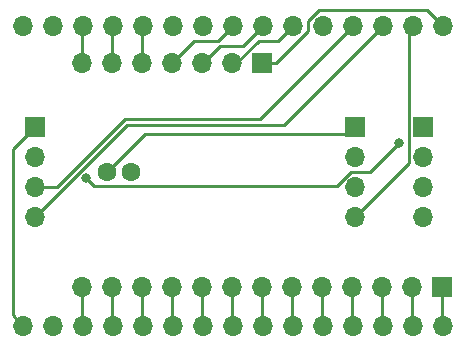
<source format=gbr>
%TF.GenerationSoftware,KiCad,Pcbnew,7.0.1*%
%TF.CreationDate,2025-01-23T23:54:12-05:00*%
%TF.ProjectId,ESP32_Dock,45535033-325f-4446-9f63-6b2e6b696361,rev?*%
%TF.SameCoordinates,Original*%
%TF.FileFunction,Copper,L1,Top*%
%TF.FilePolarity,Positive*%
%FSLAX46Y46*%
G04 Gerber Fmt 4.6, Leading zero omitted, Abs format (unit mm)*
G04 Created by KiCad (PCBNEW 7.0.1) date 2025-01-23 23:54:12*
%MOMM*%
%LPD*%
G01*
G04 APERTURE LIST*
%TA.AperFunction,ComponentPad*%
%ADD10R,1.700000X1.700000*%
%TD*%
%TA.AperFunction,ComponentPad*%
%ADD11O,1.700000X1.700000*%
%TD*%
%TA.AperFunction,ComponentPad*%
%ADD12C,1.600000*%
%TD*%
%TA.AperFunction,ViaPad*%
%ADD13C,0.800000*%
%TD*%
%TA.AperFunction,Conductor*%
%ADD14C,0.250000*%
%TD*%
G04 APERTURE END LIST*
D10*
%TO.P,J5,1,Pin_1*%
%TO.N,/EN*%
X103320000Y-56500000D03*
D11*
%TO.P,J5,2,Pin_2*%
%TO.N,/GPIO36*%
X100780000Y-56500000D03*
%TO.P,J5,3,Pin_3*%
%TO.N,/GPIO39*%
X98240000Y-56500000D03*
%TO.P,J5,4,Pin_4*%
%TO.N,/GPIO34*%
X95700000Y-56500000D03*
%TO.P,J5,5,Pin_5*%
%TO.N,/GPIO35*%
X93160000Y-56500000D03*
%TO.P,J5,6,Pin_6*%
%TO.N,/GPIO32*%
X90620000Y-56500000D03*
%TO.P,J5,7,Pin_7*%
%TO.N,/GPIO33*%
X88080000Y-56500000D03*
%TO.P,J5,8,Pin_8*%
%TO.N,/GPIO25*%
X85540000Y-56500000D03*
%TO.P,J5,9,Pin_9*%
%TO.N,/GPIO26*%
X83000000Y-56500000D03*
%TO.P,J5,10,Pin_10*%
%TO.N,/GPIO27*%
X80460000Y-56500000D03*
%TO.P,J5,11,Pin_11*%
%TO.N,/GPIO14*%
X77920000Y-56500000D03*
%TO.P,J5,12,Pin_12*%
%TO.N,/GPIO12*%
X75380000Y-56500000D03*
%TO.P,J5,13,Pin_13*%
%TO.N,/GPIO13*%
X72840000Y-56500000D03*
%TD*%
D10*
%TO.P,J3,1,Pin_1*%
%TO.N,/VIN*%
X101750000Y-42950000D03*
D11*
%TO.P,J3,2,Pin_2*%
%TO.N,/GND*%
X101750000Y-45490000D03*
%TO.P,J3,3,Pin_3*%
%TO.N,/TX1*%
X101750000Y-48030000D03*
%TO.P,J3,4,Pin_4*%
%TO.N,/RX1*%
X101750000Y-50570000D03*
%TD*%
D10*
%TO.P,J4,1,Pin_1*%
%TO.N,/GPIO23*%
X88125000Y-37500000D03*
D11*
%TO.P,J4,2,Pin_2*%
%TO.N,/GPIO19*%
X85585000Y-37500000D03*
%TO.P,J4,3,Pin_3*%
%TO.N,/GPIO18*%
X83045000Y-37500000D03*
%TO.P,J4,4,Pin_4*%
%TO.N,/GPIO5*%
X80505000Y-37500000D03*
%TO.P,J4,5,Pin_5*%
%TO.N,/GPIO4*%
X77965000Y-37500000D03*
%TO.P,J4,6,Pin_6*%
%TO.N,/GPIO2*%
X75425000Y-37500000D03*
%TO.P,J4,7,Pin_7*%
%TO.N,/GPIO15*%
X72885000Y-37500000D03*
%TD*%
D10*
%TO.P,J2,1,Pin_1*%
%TO.N,/VIN*%
X68900000Y-42900000D03*
D11*
%TO.P,J2,2,Pin_2*%
%TO.N,/GND*%
X68900000Y-45440000D03*
%TO.P,J2,3,Pin_3*%
%TO.N,/RX0*%
X68900000Y-47980000D03*
%TO.P,J2,4,Pin_4*%
%TO.N,/TX0*%
X68900000Y-50520000D03*
%TD*%
D12*
%TO.P,C1,1*%
%TO.N,/VCC*%
X75000000Y-46750000D03*
%TO.P,C1,2*%
%TO.N,/GND*%
X77000000Y-46750000D03*
%TD*%
D10*
%TO.P,J1,1,Pin_1*%
%TO.N,/VCC*%
X96000000Y-42950000D03*
D11*
%TO.P,J1,2,Pin_2*%
%TO.N,/GND*%
X96000000Y-45490000D03*
%TO.P,J1,3,Pin_3*%
%TO.N,/SDA*%
X96000000Y-48030000D03*
%TO.P,J1,4,Pin_4*%
%TO.N,/SCL*%
X96000000Y-50570000D03*
%TD*%
%TO.P,U1,1,EN*%
%TO.N,/EN*%
X103458098Y-59747540D03*
%TO.P,U1,2,GPIO36*%
%TO.N,/GPIO36*%
X100918098Y-59747540D03*
%TO.P,U1,3,GPIO39*%
%TO.N,/GPIO39*%
X98378098Y-59747540D03*
%TO.P,U1,4,GPIO34*%
%TO.N,/GPIO34*%
X95838098Y-59747540D03*
%TO.P,U1,5,GPIO35*%
%TO.N,/GPIO35*%
X93298098Y-59747540D03*
%TO.P,U1,6,GPIO32*%
%TO.N,/GPIO32*%
X90758098Y-59747540D03*
%TO.P,U1,7,GPIO33*%
%TO.N,/GPIO33*%
X88218098Y-59747540D03*
%TO.P,U1,8,GPIO25*%
%TO.N,/GPIO25*%
X85678098Y-59747540D03*
%TO.P,U1,9,GPIO26*%
%TO.N,/GPIO26*%
X83138098Y-59747540D03*
%TO.P,U1,10,GPIO27*%
%TO.N,/GPIO27*%
X80598098Y-59747540D03*
%TO.P,U1,11,GPIO14*%
%TO.N,/GPIO14*%
X78058098Y-59747540D03*
%TO.P,U1,12,GPIO12*%
%TO.N,/GPIO12*%
X75518098Y-59747540D03*
%TO.P,U1,13,GPIO13*%
%TO.N,/GPIO13*%
X72978098Y-59747540D03*
%TO.P,U1,14,GND*%
%TO.N,/GND*%
X70438098Y-59747540D03*
%TO.P,U1,15,VIN*%
%TO.N,/VIN*%
X67898098Y-59747540D03*
%TO.P,U1,16,3.3v*%
%TO.N,/VCC*%
X67898098Y-34347540D03*
%TO.P,U1,17,GND*%
%TO.N,/GND*%
X70438098Y-34347540D03*
%TO.P,U1,18,GPIO15*%
%TO.N,/GPIO15*%
X72978098Y-34347540D03*
%TO.P,U1,19,GPIO2*%
%TO.N,/GPIO2*%
X75518098Y-34347540D03*
%TO.P,U1,20,GPIO4*%
%TO.N,/GPIO4*%
X78058098Y-34347540D03*
%TO.P,U1,21,GPIO16*%
%TO.N,/RX1*%
X80598098Y-34347540D03*
%TO.P,U1,22,GPIO17*%
%TO.N,/TX1*%
X83138098Y-34347540D03*
%TO.P,U1,23,GPIO5*%
%TO.N,/GPIO5*%
X85678098Y-34347540D03*
%TO.P,U1,24,GPIO18*%
%TO.N,/GPIO18*%
X88218098Y-34347540D03*
%TO.P,U1,25,GPIO19*%
%TO.N,/GPIO19*%
X90758098Y-34347540D03*
%TO.P,U1,26,GPIO21*%
%TO.N,/SDA*%
X93298098Y-34347540D03*
%TO.P,U1,27,GPIO3*%
%TO.N,/RX0*%
X95838098Y-34347540D03*
%TO.P,U1,28,GPIO1*%
%TO.N,/TX0*%
X98378098Y-34347540D03*
%TO.P,U1,29,GPIO22*%
%TO.N,/SCL*%
X100918098Y-34347540D03*
%TO.P,U1,30,GPIO23*%
%TO.N,/GPIO23*%
X103458098Y-34347540D03*
%TD*%
D13*
%TO.N,/VIN*%
X73250000Y-47250000D03*
X99750000Y-44250000D03*
%TD*%
D14*
%TO.N,/VCC*%
X78250000Y-43500000D02*
X95450000Y-43500000D01*
X95450000Y-43500000D02*
X96000000Y-42950000D01*
X75000000Y-46750000D02*
X78250000Y-43500000D01*
%TO.N,/SCL*%
X100575000Y-34690638D02*
X100918098Y-34347540D01*
X100575000Y-45995000D02*
X100575000Y-34690638D01*
X96000000Y-50570000D02*
X100575000Y-45995000D01*
%TO.N,/VIN*%
X73250000Y-47250000D02*
X73875000Y-47875000D01*
X67000000Y-44800000D02*
X68900000Y-42900000D01*
X95618299Y-46750000D02*
X97250000Y-46750000D01*
X67000000Y-58849442D02*
X67000000Y-44800000D01*
X67898098Y-59747540D02*
X67000000Y-58849442D01*
X94493299Y-47875000D02*
X95618299Y-46750000D01*
X97250000Y-46750000D02*
X99750000Y-44250000D01*
X73875000Y-47875000D02*
X94493299Y-47875000D01*
%TO.N,/TX0*%
X76670000Y-42750000D02*
X89975638Y-42750000D01*
X68900000Y-50520000D02*
X76670000Y-42750000D01*
X89975638Y-42750000D02*
X98378098Y-34347540D01*
%TO.N,/RX0*%
X87935638Y-42250000D02*
X95838098Y-34347540D01*
X70770000Y-47980000D02*
X76500000Y-42250000D01*
X68900000Y-47980000D02*
X70770000Y-47980000D01*
X76500000Y-42250000D02*
X87935638Y-42250000D01*
%TO.N,/GPIO23*%
X102110558Y-33000000D02*
X103458098Y-34347540D01*
X92920388Y-33000000D02*
X102110558Y-33000000D01*
X92000000Y-34830888D02*
X92000000Y-33920388D01*
X88125000Y-37500000D02*
X89330888Y-37500000D01*
X92000000Y-33920388D02*
X92920388Y-33000000D01*
X89330888Y-37500000D02*
X92000000Y-34830888D01*
%TO.N,/GPIO19*%
X85585000Y-37500000D02*
X85950000Y-37500000D01*
X87827460Y-35622540D02*
X89483098Y-35622540D01*
X89483098Y-35622540D02*
X90758098Y-34347540D01*
X85950000Y-37500000D02*
X87827460Y-35622540D01*
%TO.N,/GPIO18*%
X83045000Y-37500000D02*
X83162034Y-37500000D01*
X84589494Y-36072540D02*
X86493098Y-36072540D01*
X83162034Y-37500000D02*
X84589494Y-36072540D01*
X86493098Y-36072540D02*
X88218098Y-34347540D01*
%TO.N,/GPIO5*%
X82382460Y-35622540D02*
X84403098Y-35622540D01*
X84403098Y-35622540D02*
X85678098Y-34347540D01*
X80505000Y-37500000D02*
X82382460Y-35622540D01*
%TO.N,/GPIO4*%
X77965000Y-34440638D02*
X78058098Y-34347540D01*
X77965000Y-37500000D02*
X77965000Y-34440638D01*
%TO.N,/GPIO2*%
X75425000Y-34440638D02*
X75518098Y-34347540D01*
X75425000Y-37500000D02*
X75425000Y-34440638D01*
%TO.N,/GPIO15*%
X72885000Y-34440638D02*
X72978098Y-34347540D01*
X72885000Y-37500000D02*
X72885000Y-34440638D01*
%TO.N,/EN*%
X103320000Y-59609442D02*
X103458098Y-59747540D01*
X103320000Y-56500000D02*
X103320000Y-59609442D01*
%TO.N,/GPIO36*%
X100780000Y-59609442D02*
X100918098Y-59747540D01*
X100780000Y-56500000D02*
X100780000Y-59609442D01*
%TO.N,/GPIO39*%
X98240000Y-59609442D02*
X98378098Y-59747540D01*
X98240000Y-56500000D02*
X98240000Y-59609442D01*
%TO.N,/GPIO34*%
X95700000Y-56500000D02*
X95700000Y-59609442D01*
X95700000Y-59609442D02*
X95838098Y-59747540D01*
%TO.N,/GPIO35*%
X93160000Y-59609442D02*
X93298098Y-59747540D01*
X93160000Y-56500000D02*
X93160000Y-59609442D01*
%TO.N,/GPIO32*%
X90620000Y-56500000D02*
X90620000Y-59609442D01*
X90620000Y-59609442D02*
X90758098Y-59747540D01*
%TO.N,/GPIO33*%
X88080000Y-59609442D02*
X88218098Y-59747540D01*
X88080000Y-56500000D02*
X88080000Y-59609442D01*
%TO.N,/GPIO25*%
X85540000Y-56500000D02*
X85540000Y-59609442D01*
X85540000Y-59609442D02*
X85678098Y-59747540D01*
%TO.N,/GPIO26*%
X83000000Y-56500000D02*
X83000000Y-59609442D01*
X83000000Y-59609442D02*
X83138098Y-59747540D01*
%TO.N,/GPIO27*%
X80460000Y-56500000D02*
X80460000Y-59609442D01*
X80460000Y-59609442D02*
X80598098Y-59747540D01*
%TO.N,/GPIO14*%
X77920000Y-59609442D02*
X78058098Y-59747540D01*
X77920000Y-56500000D02*
X77920000Y-59609442D01*
%TO.N,/GPIO12*%
X75380000Y-59609442D02*
X75518098Y-59747540D01*
X75380000Y-56500000D02*
X75380000Y-59609442D01*
%TO.N,/GPIO13*%
X72840000Y-56500000D02*
X72840000Y-59609442D01*
X72840000Y-59609442D02*
X72978098Y-59747540D01*
%TD*%
M02*

</source>
